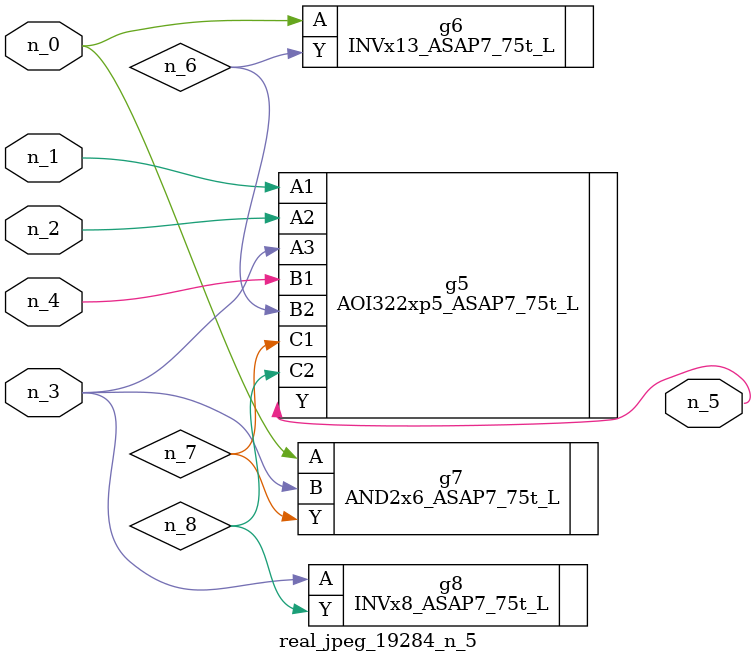
<source format=v>
module real_jpeg_19284_n_5 (n_4, n_0, n_1, n_2, n_3, n_5);

input n_4;
input n_0;
input n_1;
input n_2;
input n_3;

output n_5;

wire n_8;
wire n_6;
wire n_7;

INVx13_ASAP7_75t_L g6 ( 
.A(n_0),
.Y(n_6)
);

AND2x6_ASAP7_75t_L g7 ( 
.A(n_0),
.B(n_3),
.Y(n_7)
);

AOI322xp5_ASAP7_75t_L g5 ( 
.A1(n_1),
.A2(n_2),
.A3(n_3),
.B1(n_4),
.B2(n_6),
.C1(n_7),
.C2(n_8),
.Y(n_5)
);

INVx8_ASAP7_75t_L g8 ( 
.A(n_3),
.Y(n_8)
);


endmodule
</source>
